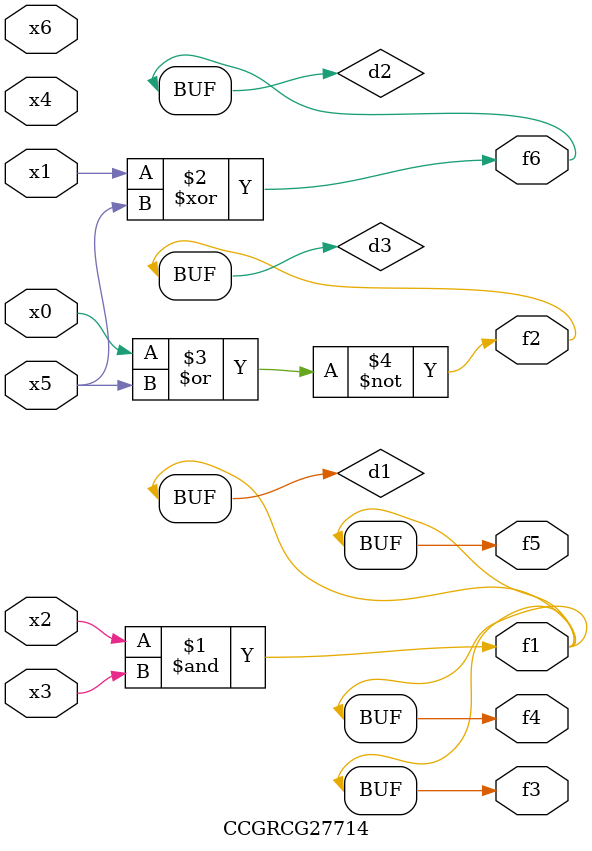
<source format=v>
module CCGRCG27714(
	input x0, x1, x2, x3, x4, x5, x6,
	output f1, f2, f3, f4, f5, f6
);

	wire d1, d2, d3;

	and (d1, x2, x3);
	xor (d2, x1, x5);
	nor (d3, x0, x5);
	assign f1 = d1;
	assign f2 = d3;
	assign f3 = d1;
	assign f4 = d1;
	assign f5 = d1;
	assign f6 = d2;
endmodule

</source>
